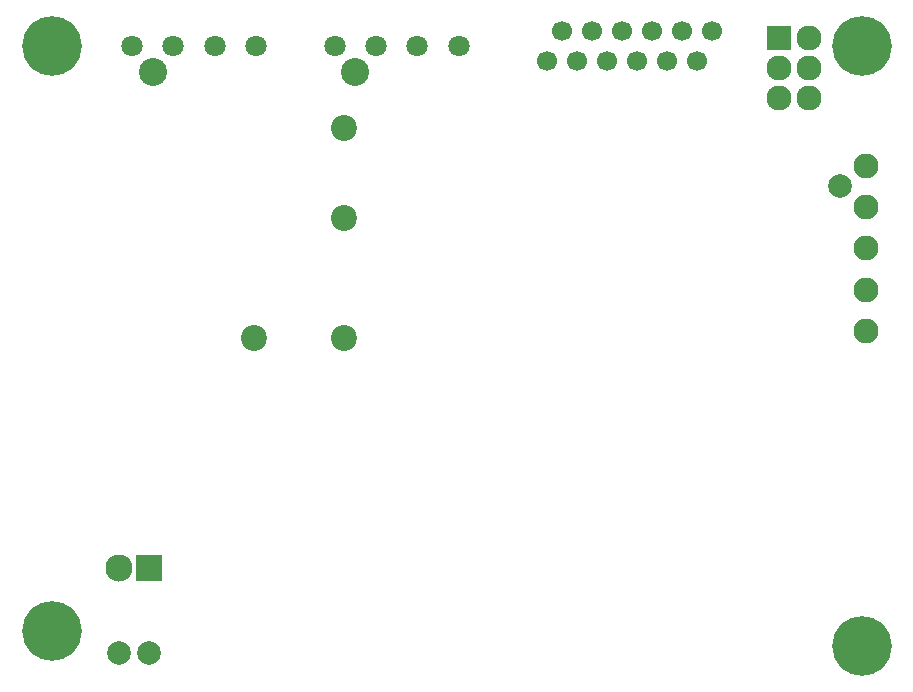
<source format=gbs>
G04 #@! TF.FileFunction,Soldermask,Bot*
%FSLAX46Y46*%
G04 Gerber Fmt 4.6, Leading zero omitted, Abs format (unit mm)*
G04 Created by KiCad (PCBNEW 4.0.7-e2-6376~58~ubuntu14.04.1) date Thu Feb  8 20:55:41 2018*
%MOMM*%
%LPD*%
G01*
G04 APERTURE LIST*
%ADD10C,0.100000*%
%ADD11C,5.048200*%
%ADD12C,1.797000*%
%ADD13C,2.381000*%
%ADD14R,2.300000X2.300000*%
%ADD15C,2.300000*%
%ADD16C,2.000000*%
%ADD17C,2.200000*%
%ADD18R,2.127200X2.127200*%
%ADD19O,2.127200X2.127200*%
%ADD20C,1.700000*%
%ADD21C,2.124000*%
G04 APERTURE END LIST*
D10*
D11*
X196850000Y-116840000D03*
X128270000Y-66040000D03*
X128270000Y-115570000D03*
X196850000Y-66040000D03*
D12*
X155730000Y-66040000D03*
X152230000Y-66040000D03*
D13*
X153980000Y-68270000D03*
D12*
X159230000Y-66040000D03*
X162730000Y-66040000D03*
D14*
X136485000Y-110295000D03*
D15*
X133985000Y-110295000D03*
D16*
X136485000Y-117475000D03*
X133985000Y-117475000D03*
D17*
X153035000Y-90805000D03*
X153035000Y-80645000D03*
X153035000Y-73025000D03*
X145415000Y-90805000D03*
D18*
X189865000Y-65405000D03*
D19*
X192405000Y-65405000D03*
X189865000Y-67945000D03*
X192405000Y-67945000D03*
X189865000Y-70485000D03*
X192405000Y-70485000D03*
D20*
X175260000Y-67310000D03*
X172720000Y-67310000D03*
X170180000Y-67310000D03*
X177800000Y-67310000D03*
X171450000Y-64770000D03*
X173990000Y-64770000D03*
X176530000Y-64770000D03*
X179070000Y-64770000D03*
X180340000Y-67310000D03*
X181610000Y-64770000D03*
X182880000Y-67310000D03*
X184150000Y-64770000D03*
D12*
X138585000Y-66040000D03*
X135085000Y-66040000D03*
D13*
X136835000Y-68270000D03*
D12*
X142085000Y-66040000D03*
X145585000Y-66040000D03*
D21*
X197240000Y-76185000D03*
X197240000Y-79685000D03*
X197240000Y-83185000D03*
X197240000Y-86685000D03*
X197240000Y-90185000D03*
D16*
X195010000Y-77935000D03*
M02*

</source>
